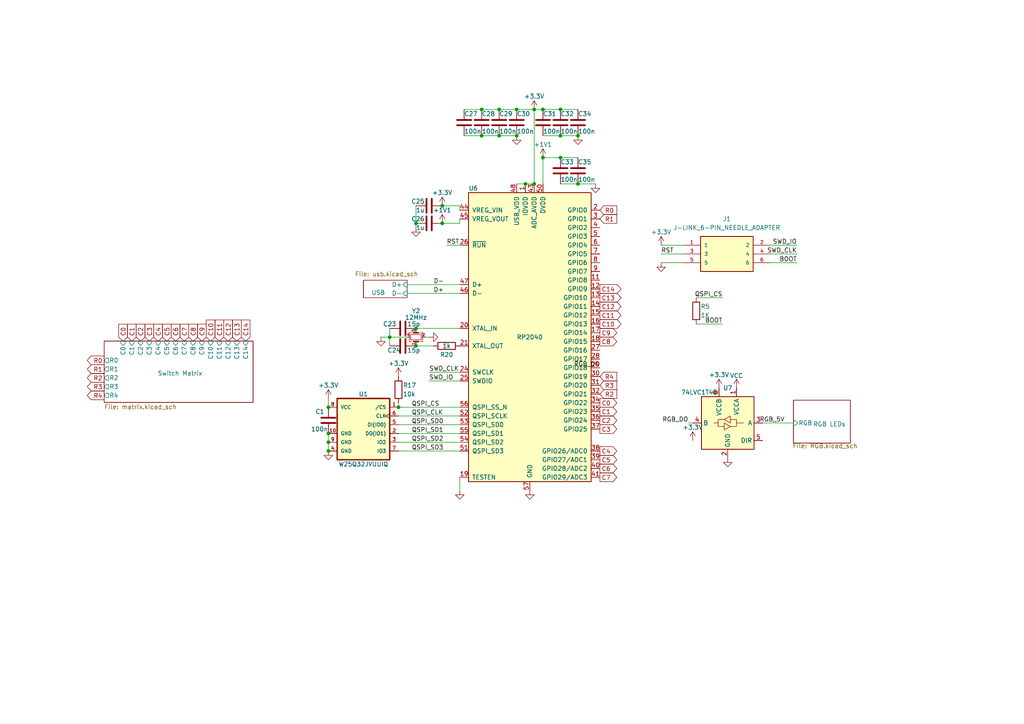
<source format=kicad_sch>
(kicad_sch (version 20230121) (generator eeschema)
  (paper "A4")
  (title_block (title "Synth Labs 065 Solder RGB PCB") (date "2021-11-01") (rev "1.0") (company "0xCB") (comment 1 "Conor Burns"))
  (lib_symbols
    (symbol "+1V1_1" (power) (pin_names (offset 0))
      (property "Value" "+1V1_1" (at 0 3.556 0))
      (symbol "+1V1_1_0_1"
        (polyline (pts (xy -0.762 1.27) (xy 0 2.54)))
        (polyline (pts (xy 0 0) (xy 0 2.54)))
        (polyline (pts (xy 0 2.54) (xy 0.762 1.27)))
      )
      (symbol "+1V1_1_1_1"
        (pin power_in line (at 0 0 90) (length 0) hide (name "+1V1") (number "1"))
      )
    )
    (symbol "0xcb:J-LINK_6-PIN_NEEDLE_ADAPTER" (pin_names (offset 1.016)) (in_bom no)
      (property "Reference" "J" (at -7.62 7.62 0))
      (property "Value" "J-LINK_6-PIN_NEEDLE_ADAPTER" (at -7.62 -7.62 0))
      (symbol "J-LINK_6-PIN_NEEDLE_ADAPTER_0_0"
        (rectangle (start -7.62 -5.08) (end 7.62 5.08) (stroke (width 0.254)) (fill (type background)))
        (pin passive line (at -12.7 2.54 0) (length 5.08) (name "1") (number "1"))
        (pin passive line (at 12.7 2.54 180) (length 5.08) (name "2") (number "2"))
        (pin passive line (at -12.7 0 0) (length 5.08) (name "3") (number "3"))
        (pin passive line (at 12.7 0 180) (length 5.08) (name "4") (number "4"))
        (pin passive line (at -12.7 -2.54 0) (length 5.08) (name "5") (number "5"))
        (pin passive line (at 12.7 -2.54 180) (length 5.08) (name "6") (number "6"))
      )
    )
    (symbol "0xcb:W25Q32JVUUIQ" (pin_names (offset 1.016))
      (property "Reference" "U?" (at 0 13.97 0))
      (property "Value" "W25Q32JVUUIQ" (at 0 11.43 0))
      (symbol "W25Q32JVUUIQ_0_0"
        (rectangle (start -7.62 8.89) (end 7.62 -8.89) (stroke (width 0.4064)) (fill (type background)))
        (pin input line (at -10.16 6.35 0) (length 2.5) (name "/CS") (number "1"))
        (pin power_in line (at 10.16 -1.27 180) (length 2.5) (name "GND") (number "10"))
        (pin bidirectional line (at -10.16 -1.27 0) (length 2.5) (name "DO(IO1)") (number "2"))
        (pin bidirectional line (at -10.16 -3.81 0) (length 2.5) (name "IO2") (number "3"))
        (pin power_in line (at 10.16 -6.35 180) (length 2.5) (name "GND") (number "4"))
        (pin bidirectional line (at -10.16 1.27 0) (length 2.5) (name "DI(IO0)") (number "5"))
        (pin bidirectional clock (at -10.16 3.81 0) (length 2.5) (name "CLK") (number "6"))
        (pin bidirectional line (at -10.16 -6.35 0) (length 2.5) (name "IO3") (number "7"))
        (pin power_in line (at 10.16 6.35 180) (length 2.5) (name "VCC") (number "8"))
        (pin power_in line (at 10.16 -3.81 180) (length 2.5) (name "GND") (number "9"))
      )
    )
    (symbol "Device:C" (pin_numbers hide) (pin_names (offset 0.254))
      (property "Reference" "C" (at 0.635 2.54 0))
      (property "Value" "C" (at 0.635 -2.54 0))
      (symbol "C_0_1"
        (polyline (pts (xy -2.032 -0.762) (xy 2.032 -0.762)) (stroke (width 0.508)))
        (polyline (pts (xy -2.032 0.762) (xy 2.032 0.762)) (stroke (width 0.508)))
      )
      (symbol "C_1_1"
        (pin passive line (at 0 3.81 270) (length 2.794) (name "~") (number "1"))
        (pin passive line (at 0 -3.81 90) (length 2.794) (name "~") (number "2"))
      )
    )
    (symbol "Device:Crystal_GND24_Small" (pin_names (offset 1.016) hide)
      (property "Reference" "Y" (at 1.27 4.445 0))
      (property "Value" "Crystal_GND24_Small" (at 1.27 2.54 0))
      (symbol "Crystal_GND24_Small_0_1"
        (rectangle (start -0.762 -1.524) (end 0.762 1.524))
        (polyline (pts (xy -1.27 -0.762) (xy -1.27 0.762)) (stroke (width 0.381)))
        (polyline (pts (xy 1.27 -0.762) (xy 1.27 0.762)) (stroke (width 0.381)))
        (polyline (pts (xy -1.27 -1.27) (xy -1.27 -1.905) (xy 1.27 -1.905) (xy 1.27 -1.27)))
        (polyline (pts (xy -1.27 1.27) (xy -1.27 1.905) (xy 1.27 1.905) (xy 1.27 1.27)))
      )
      (symbol "Crystal_GND24_Small_1_1"
        (pin passive line (at -2.54 0 0) (length 1.27) (name "1") (number "1"))
        (pin passive line (at 0 -2.54 90) (length 0.635) (name "2") (number "2"))
        (pin passive line (at 2.54 0 180) (length 1.27) (name "3") (number "3"))
        (pin passive line (at 0 2.54 270) (length 0.635) (name "4") (number "4"))
      )
    )
    (symbol "Device:R" (pin_numbers hide) (pin_names (offset 0))
      (property "Reference" "R" (at 2.032 0 90))
      (property "Value" "R" (at 0 0 90))
      (symbol "R_0_1"
        (rectangle (start -1.016 -2.54) (end 1.016 2.54) (stroke (width 0.254)))
      )
      (symbol "R_1_1"
        (pin passive line (at 0 3.81 270) (length 1.27) (name "~") (number "1"))
        (pin passive line (at 0 -3.81 90) (length 1.27) (name "~") (number "2"))
      )
    )
    (symbol "GND_1" (power) (pin_names (offset 0))
      (property "Value" "GND_1" (at 0 -3.81 0))
      (symbol "GND_1_0_1"
        (polyline (pts (xy 0 0) (xy 0 -1.27) (xy 1.27 -1.27) (xy 0 -2.54) (xy -1.27 -1.27) (xy 0 -1.27)))
      )
      (symbol "GND_1_1_1"
        (pin power_in line (at 0 0 270) (length 0) hide (name "GND") (number "1"))
      )
    )
    (symbol "Logic_LevelTranslator:SN74LVC1T45DRL"
      (property "Reference" "U" (at -6.35 8.89 0))
      (property "Value" "SN74LVC1T45DRL" (at 3.81 8.89 0))
      (symbol "SN74LVC1T45DRL_0_1"
        (rectangle (start -7.62 7.62) (end 7.62 -7.62) (stroke (width 0.254)) (fill (type background)))
        (polyline (pts (xy -2.54 0) (xy -2.54 1.016) (xy -0.762 1.016)))
        (polyline (pts (xy 2.794 0) (xy 2.794 -1.016) (xy 1.016 -1.016)))
        (polyline (pts (xy -0.762 -1.016) (xy -2.54 -1.016) (xy -2.54 0) (xy -4.572 0)))
        (polyline (pts (xy -0.762 0) (xy -0.762 2.032) (xy 1.016 1.016) (xy -0.762 0)))
        (polyline (pts (xy 1.016 1.016) (xy 2.794 1.016) (xy 2.794 0) (xy 4.064 0)))
        (polyline (pts (xy 1.016 0) (xy 1.016 -1.778) (xy 1.016 -2.032) (xy -0.762 -1.016) (xy 1.016 0)))
      )
      (symbol "SN74LVC1T45DRL_1_1"
        (pin power_in line (at -2.54 10.16 270) (length 2.54) (name "VCCA") (number "1"))
        (pin power_in line (at 0 -10.16 90) (length 2.54) (name "GND") (number "2"))
        (pin bidirectional line (at -10.16 0 0) (length 2.54) (name "A") (number "3"))
        (pin bidirectional line (at 10.16 0 180) (length 2.54) (name "B") (number "4"))
        (pin input line (at -10.16 -5.08 0) (length 2.54) (name "DIR") (number "5"))
        (pin power_in line (at 2.54 10.16 270) (length 2.54) (name "VCCB") (number "6"))
      )
    )
    (symbol "RP2040_1" (pin_names (offset 1.016))
      (property "Reference" "U" (at -17.78 43.18 0))
      (property "Value" "RP2040_1" (at -5.08 -1.27 0))
      (symbol "RP2040_1_0_0"
        (rectangle (start -17.78 41.91) (end 17.78 -41.91) (stroke (width 0.254)) (fill (type background)))
      )
      (symbol "RP2040_1_1_1"
        (pin power_in line (at -1.27 44.45 270) (length 2.54) (name "IOVDD") (number "1"))
        (pin power_in line (at -1.27 44.45 270) (length 2.54) hide (name "IOVDD") (number "10"))
        (pin bidirectional line (at 20.32 16.51 180) (length 2.54) (name "GPIO8") (number "11"))
        (pin bidirectional line (at 20.32 13.97 180) (length 2.54) (name "GPIO9") (number "12"))
        (pin bidirectional line (at 20.32 11.43 180) (length 2.54) (name "GPIO10") (number "13"))
        (pin bidirectional line (at 20.32 8.89 180) (length 2.54) (name "GPIO11") (number "14"))
        (pin bidirectional line (at 20.32 6.35 180) (length 2.54) (name "GPIO12") (number "15"))
        (pin bidirectional line (at 20.32 3.81 180) (length 2.54) (name "GPIO13") (number "16"))
        (pin bidirectional line (at 20.32 1.27 180) (length 2.54) (name "GPIO14") (number "17"))
        (pin bidirectional line (at 20.32 -1.27 180) (length 2.54) (name "GPIO15") (number "18"))
        (pin input line (at -20.32 -40.64 0) (length 2.54) (name "TESTEN") (number "19"))
        (pin bidirectional line (at 20.32 36.83 180) (length 2.54) (name "GPIO0") (number "2"))
        (pin input line (at -20.32 2.54 0) (length 2.54) (name "XTAL_IN") (number "20"))
        (pin input line (at -20.32 -2.54 0) (length 2.54) (name "XTAL_OUT") (number "21"))
        (pin power_in line (at -1.27 44.45 270) (length 2.54) hide (name "IOVDD") (number "22"))
        (pin power_in line (at 3.81 44.45 270) (length 2.54) hide (name "DVDD") (number "23"))
        (pin input line (at -20.32 -10.16 0) (length 2.54) (name "SWCLK") (number "24"))
        (pin bidirectional line (at -20.32 -12.7 0) (length 2.54) (name "SWDIO") (number "25"))
        (pin input line (at -20.32 26.67 0) (length 2.54) (name "~{RUN}") (number "26"))
        (pin bidirectional line (at 20.32 -3.81 180) (length 2.54) (name "GPIO16") (number "27"))
        (pin bidirectional line (at 20.32 -6.35 180) (length 2.54) (name "GPIO17") (number "28"))
        (pin bidirectional line (at 20.32 -8.89 180) (length 2.54) (name "GPIO18") (number "29"))
        (pin bidirectional line (at 20.32 34.29 180) (length 2.54) (name "GPIO1") (number "3"))
        (pin bidirectional line (at 20.32 -11.43 180) (length 2.54) (name "GPIO19") (number "30"))
        (pin bidirectional line (at 20.32 -13.97 180) (length 2.54) (name "GPIO20") (number "31"))
        (pin bidirectional line (at 20.32 -16.51 180) (length 2.54) (name "GPIO21") (number "32"))
        (pin power_in line (at -1.27 44.45 270) (length 2.54) hide (name "IOVDD") (number "33"))
        (pin bidirectional line (at 20.32 -19.05 180) (length 2.54) (name "GPIO22") (number "34"))
        (pin bidirectional line (at 20.32 -21.59 180) (length 2.54) (name "GPIO23") (number "35"))
        (pin bidirectional line (at 20.32 -24.13 180) (length 2.54) (name "GPIO24") (number "36"))
        (pin bidirectional line (at 20.32 -26.67 180) (length 2.54) (name "GPIO25") (number "37"))
        (pin bidirectional line (at 20.32 -33.02 180) (length 2.54) (name "GPIO26/ADC0") (number "38"))
        (pin bidirectional line (at 20.32 -35.56 180) (length 2.54) (name "GPIO27/ADC1") (number "39"))
        (pin bidirectional line (at 20.32 31.75 180) (length 2.54) (name "GPIO2") (number "4"))
        (pin bidirectional line (at 20.32 -38.1 180) (length 2.54) (name "GPIO28/ADC2") (number "40"))
        (pin bidirectional line (at 20.32 -40.64 180) (length 2.54) (name "GPIO29/ADC3") (number "41"))
        (pin power_in line (at -1.27 44.45 270) (length 2.54) hide (name "IOVDD") (number "42"))
        (pin power_in line (at 1.27 44.45 270) (length 2.54) (name "ADC_AVDD") (number "43"))
        (pin power_in line (at -20.32 36.83 0) (length 2.54) (name "VREG_VIN") (number "44"))
        (pin power_out line (at -20.32 34.29 0) (length 2.54) (name "VREG_VOUT") (number "45"))
        (pin bidirectional line (at -20.32 12.7 0) (length 2.54) (name "D-") (number "46"))
        (pin bidirectional line (at -20.32 15.24 0) (length 2.54) (name "D+") (number "47"))
        (pin power_in line (at -3.81 44.45 270) (length 2.54) (name "USB_VDD") (number "48"))
        (pin power_in line (at -1.27 44.45 270) (length 2.54) hide (name "IOVDD") (number "49"))
        (pin bidirectional line (at 20.32 29.21 180) (length 2.54) (name "GPIO3") (number "5"))
        (pin power_in line (at 3.81 44.45 270) (length 2.54) (name "DVDD") (number "50"))
        (pin bidirectional line (at -20.32 -33.02 0) (length 2.54) (name "QSPI_SD3") (number "51"))
        (pin bidirectional line (at -20.32 -22.86 0) (length 2.54) (name "QSPI_SCLK") (number "52"))
        (pin bidirectional line (at -20.32 -25.4 0) (length 2.54) (name "QSPI_SD0") (number "53"))
        (pin bidirectional line (at -20.32 -30.48 0) (length 2.54) (name "QSPI_SD2") (number "54"))
        (pin bidirectional line (at -20.32 -27.94 0) (length 2.54) (name "QSPI_SD1") (number "55"))
        (pin bidirectional line (at -20.32 -20.32 0) (length 2.54) (name "QSPI_SS_N") (number "56"))
        (pin power_in line (at 0 -44.45 90) (length 2.54) (name "GND") (number "57"))
        (pin bidirectional line (at 20.32 26.67 180) (length 2.54) (name "GPIO4") (number "6"))
        (pin bidirectional line (at 20.32 24.13 180) (length 2.54) (name "GPIO5") (number "7"))
        (pin bidirectional line (at 20.32 21.59 180) (length 2.54) (name "GPIO6") (number "8"))
        (pin bidirectional line (at 20.32 19.05 180) (length 2.54) (name "GPIO7") (number "9"))
      )
    )
    (symbol "power:+3.3V" (power) (pin_names (offset 0))
      (property "Value" "+3.3V" (at 0 3.556 0))
      (symbol "+3.3V_0_1"
        (polyline (pts (xy -0.762 1.27) (xy 0 2.54)))
        (polyline (pts (xy 0 0) (xy 0 2.54)))
        (polyline (pts (xy 0 2.54) (xy 0.762 1.27)))
      )
      (symbol "+3.3V_1_1"
        (pin power_in line (at 0 0 90) (length 0) hide (name "+3.3V") (number "1"))
      )
    )
    (symbol "power:VCC" (power) (pin_names (offset 0))
      (property "Value" "VCC" (at 0 3.81 0))
      (symbol "VCC_0_1"
        (polyline (pts (xy -0.762 1.27) (xy 0 2.54)))
        (polyline (pts (xy 0 0) (xy 0 2.54)))
        (polyline (pts (xy 0 2.54) (xy 0.762 1.27)))
      )
      (symbol "VCC_1_1"
        (pin power_in line (at 0 0 90) (length 0) hide (name "VCC") (number "1"))
      )
    )
  )
  (junction (at 128.27 64.77))
  (junction (at 162.56 31.75))
  (junction (at 128.27 59.69))
  (junction (at 167.64 39.37))
  (junction (at 95.25 128.27))
  (junction (at 120.65 95.25))
  (junction (at 144.78 39.37))
  (junction (at 149.86 39.37))
  (junction (at 139.7 31.75))
  (junction (at 154.94 31.75))
  (junction (at 154.94 53.34))
  (junction (at 120.65 64.77))
  (junction (at 95.25 125.73))
  (junction (at 115.57 118.11))
  (junction (at 144.78 31.75))
  (junction (at 167.64 53.34))
  (junction (at 162.56 45.72))
  (junction (at 157.48 31.75))
  (junction (at 149.86 31.75))
  (junction (at 152.4 53.34))
  (junction (at 139.7 39.37))
  (junction (at 95.25 130.81))
  (junction (at 120.65 100.33))
  (junction (at 157.48 45.72))
  (junction (at 113.03 97.79))
  (junction (at 162.56 39.37))
  (junction (at 95.25 118.11))
  (wire (pts (xy 152.4 53.34) (xy 154.94 53.34)))
  (wire (pts (xy 144.78 31.75) (xy 149.86 31.75)))
  (wire (pts (xy 231.14 73.66) (xy 223.52 73.66)))
  (wire (pts (xy 115.57 128.27) (xy 133.35 128.27)))
  (wire (pts (xy 157.48 45.72) (xy 162.56 45.72)))
  (wire (pts (xy 118.11 85.09) (xy 133.35 85.09)))
  (wire (pts (xy 167.64 53.34) (xy 172.72 53.34)))
  (wire (pts (xy 231.14 76.2) (xy 223.52 76.2)))
  (wire (pts (xy 144.78 39.37) (xy 149.86 39.37)))
  (wire (pts (xy 162.56 53.34) (xy 167.64 53.34)))
  (wire (pts (xy 191.77 73.66) (xy 198.12 73.66)))
  (wire (pts (xy 154.94 31.75) (xy 154.94 53.34)))
  (wire (pts (xy 154.94 31.75) (xy 157.48 31.75)))
  (wire (pts (xy 124.46 107.95) (xy 133.35 107.95)))
  (wire (pts (xy 133.35 64.77) (xy 133.35 63.5)))
  (wire (pts (xy 201.93 93.98) (xy 209.55 93.98)))
  (wire (pts (xy 162.56 39.37) (xy 167.64 39.37)))
  (wire (pts (xy 128.27 64.77) (xy 133.35 64.77)))
  (wire (pts (xy 95.25 115.57) (xy 95.25 118.11)))
  (wire (pts (xy 113.03 97.79) (xy 113.03 95.25)))
  (wire (pts (xy 115.57 120.65) (xy 133.35 120.65)))
  (wire (pts (xy 115.57 118.11) (xy 133.35 118.11)))
  (wire (pts (xy 95.25 125.73) (xy 95.25 128.27)))
  (wire (pts (xy 157.48 39.37) (xy 162.56 39.37)))
  (wire (pts (xy 209.55 86.36) (xy 201.93 86.36)))
  (wire (pts (xy 157.48 31.75) (xy 162.56 31.75)))
  (wire (pts (xy 191.77 76.2) (xy 198.12 76.2)))
  (wire (pts (xy 133.35 59.69) (xy 128.27 59.69)))
  (wire (pts (xy 123.19 97.79) (xy 124.46 97.79)))
  (wire (pts (xy 115.57 116.84) (xy 115.57 118.11)))
  (wire (pts (xy 133.35 71.12) (xy 129.54 71.12)))
  (wire (pts (xy 157.48 53.34) (xy 157.48 45.72)))
  (wire (pts (xy 120.65 66.04) (xy 120.65 64.77)))
  (wire (pts (xy 139.7 39.37) (xy 144.78 39.37)))
  (wire (pts (xy 134.62 39.37) (xy 139.7 39.37)))
  (wire (pts (xy 134.62 31.75) (xy 139.7 31.75)))
  (wire (pts (xy 115.57 130.81) (xy 133.35 130.81)))
  (wire (pts (xy 154.94 31.75) (xy 149.86 31.75)))
  (wire (pts (xy 199.644 122.682) (xy 200.914 122.682)))
  (wire (pts (xy 120.65 95.25) (xy 133.35 95.25)))
  (wire (pts (xy 118.11 82.55) (xy 133.35 82.55)))
  (wire (pts (xy 231.14 71.12) (xy 223.52 71.12)))
  (wire (pts (xy 115.57 123.19) (xy 133.35 123.19)))
  (wire (pts (xy 133.35 142.24) (xy 133.35 138.43)))
  (wire (pts (xy 118.11 97.79) (xy 113.03 97.79)))
  (wire (pts (xy 162.56 45.72) (xy 167.64 45.72)))
  (wire (pts (xy 120.65 100.33) (xy 125.73 100.33)))
  (wire (pts (xy 113.03 97.79) (xy 113.03 100.33)))
  (wire (pts (xy 191.77 71.12) (xy 198.12 71.12)))
  (wire (pts (xy 133.35 60.96) (xy 133.35 59.69)))
  (wire (pts (xy 115.57 125.73) (xy 133.35 125.73)))
  (wire (pts (xy 162.56 31.75) (xy 167.64 31.75)))
  (wire (pts (xy 139.7 31.75) (xy 144.78 31.75)))
  (wire (pts (xy 124.46 110.49) (xy 133.35 110.49)))
  (wire (pts (xy 149.86 53.34) (xy 152.4 53.34)))
  (wire (pts (xy 221.234 122.682) (xy 230.124 122.682)))
  (wire (pts (xy 95.25 128.27) (xy 95.25 130.81)))
  (wire (pts (xy 120.65 59.69) (xy 120.65 64.77)))
  (wire (pts (xy 110.49 97.79) (xy 113.03 97.79)))
  (label "QSPI_CS" (at 119.38 118.11 0))
  (label "RST" (at 129.54 71.12 0))
  (label "RGB_5V" (at 227.584 122.682 180))
  (label "SWD_CLK" (at 124.46 107.95 0))
  (label "SWD_IO" (at 124.46 110.49 0))
  (label "QSPI_CLK" (at 119.38 120.65 0))
  (label "D-" (at 125.73 82.55 0))
  (label "SWD_IO" (at 231.14 71.12 180))
  (label "BOOT" (at 209.55 93.98 180))
  (label "QSPI_SD0" (at 119.38 123.19 0))
  (label "BOOT" (at 231.14 76.2 180))
  (label "QSPI_CS" (at 209.55 86.36 180))
  (label "D+" (at 125.73 85.09 0))
  (label "QSPI_SD2" (at 119.38 128.27 0))
  (label "QSPI_SD1" (at 119.38 125.73 0))
  (label "QSPI_SD3" (at 119.38 130.81 0))
  (label "SWD_CLK" (at 231.14 73.66 180))
  (label "RST" (at 191.77 73.66 0))
  (label "RGB_DO" (at 199.644 122.682 180))
  (label "RGB_DO" (at 173.99 106.68 180))
  (global_label "R0" (shape output) (at 30.226 104.521 180) (property "Intersheetrefs" "${INTERSHEET_REFS}" (effects hide)))
  (global_label "C13" (shape input) (at 68.707 98.933 90) (property "Intersheetrefs" "${INTERSHEET_REFS}" (effects hide)))
  (global_label "C5" (shape input) (at 48.387 98.933 90) (property "Intersheetrefs" "${INTERSHEET_REFS}" (effects hide)))
  (global_label "C2" (shape output) (at 173.99 121.92 0) (property "Intersheetrefs" "${INTERSHEET_REFS}" (effects hide)))
  (global_label "C1" (shape output) (at 173.99 119.38 0) (property "Intersheetrefs" "${INTERSHEET_REFS}" (effects hide)))
  (global_label "C8" (shape output) (at 173.99 99.06 0) (property "Intersheetrefs" "${INTERSHEET_REFS}" (effects hide)))
  (global_label "R2" (shape output) (at 30.226 109.601 180) (property "Intersheetrefs" "${INTERSHEET_REFS}" (effects hide)))
  (global_label "R2" (shape input) (at 173.99 114.3 0) (property "Intersheetrefs" "${INTERSHEET_REFS}" (effects hide)))
  (global_label "R1" (shape output) (at 30.226 107.061 180) (property "Intersheetrefs" "${INTERSHEET_REFS}" (effects hide)))
  (global_label "R3" (shape input) (at 173.99 111.76 0) (property "Intersheetrefs" "${INTERSHEET_REFS}" (effects hide)))
  (global_label "C14" (shape input) (at 71.247 98.933 90) (property "Intersheetrefs" "${INTERSHEET_REFS}" (effects hide)))
  (global_label "C3" (shape input) (at 43.307 98.933 90) (property "Intersheetrefs" "${INTERSHEET_REFS}" (effects hide)))
  (global_label "C7" (shape output) (at 173.99 138.43 0) (property "Intersheetrefs" "${INTERSHEET_REFS}" (effects hide)))
  (global_label "C11" (shape output) (at 173.99 91.44 0) (property "Intersheetrefs" "${INTERSHEET_REFS}" (effects hide)))
  (global_label "C13" (shape output) (at 173.99 86.36 0) (property "Intersheetrefs" "${INTERSHEET_REFS}" (effects hide)))
  (global_label "C14" (shape output) (at 173.99 83.82 0) (property "Intersheetrefs" "${INTERSHEET_REFS}" (effects hide)))
  (global_label "C11" (shape input) (at 63.627 98.933 90) (property "Intersheetrefs" "${INTERSHEET_REFS}" (effects hide)))
  (global_label "C3" (shape output) (at 173.99 124.46 0) (property "Intersheetrefs" "${INTERSHEET_REFS}" (effects hide)))
  (global_label "C10" (shape input) (at 61.087 98.933 90) (property "Intersheetrefs" "${INTERSHEET_REFS}" (effects hide)))
  (global_label "R3" (shape output) (at 30.226 112.141 180) (property "Intersheetrefs" "${INTERSHEET_REFS}" (effects hide)))
  (global_label "C6" (shape input) (at 50.927 98.933 90) (property "Intersheetrefs" "${INTERSHEET_REFS}" (effects hide)))
  (global_label "R0" (shape input) (at 173.99 60.96 0) (property "Intersheetrefs" "${INTERSHEET_REFS}" (effects hide)))
  (global_label "C2" (shape input) (at 40.767 98.933 90) (property "Intersheetrefs" "${INTERSHEET_REFS}" (effects hide)))
  (global_label "R4" (shape output) (at 30.226 114.681 180) (property "Intersheetrefs" "${INTERSHEET_REFS}" (effects hide)))
  (global_label "C8" (shape input) (at 56.007 98.933 90) (property "Intersheetrefs" "${INTERSHEET_REFS}" (effects hide)))
  (global_label "C4" (shape input) (at 45.847 98.933 90) (property "Intersheetrefs" "${INTERSHEET_REFS}" (effects hide)))
  (global_label "C4" (shape output) (at 173.99 130.81 0) (property "Intersheetrefs" "${INTERSHEET_REFS}" (effects hide)))
  (global_label "C0" (shape input) (at 35.687 98.933 90) (property "Intersheetrefs" "${INTERSHEET_REFS}" (effects hide)))
  (global_label "C12" (shape input) (at 66.167 98.933 90) (property "Intersheetrefs" "${INTERSHEET_REFS}" (effects hide)))
  (global_label "C0" (shape output) (at 173.99 116.84 0) (property "Intersheetrefs" "${INTERSHEET_REFS}" (effects hide)))
  (global_label "R1" (shape input) (at 173.99 63.5 0) (property "Intersheetrefs" "${INTERSHEET_REFS}" (effects hide)))
  (global_label "R4" (shape input) (at 173.99 109.22 0) (property "Intersheetrefs" "${INTERSHEET_REFS}" (effects hide)))
  (global_label "C12" (shape output) (at 173.99 88.9 0) (property "Intersheetrefs" "${INTERSHEET_REFS}" (effects hide)))
  (global_label "C6" (shape output) (at 173.99 135.89 0) (property "Intersheetrefs" "${INTERSHEET_REFS}" (effects hide)))
  (global_label "C5" (shape output) (at 173.99 133.35 0) (property "Intersheetrefs" "${INTERSHEET_REFS}" (effects hide)))
  (global_label "C9" (shape input) (at 58.547 98.933 90) (property "Intersheetrefs" "${INTERSHEET_REFS}" (effects hide)))
  (global_label "C9" (shape output) (at 173.99 96.52 0) (property "Intersheetrefs" "${INTERSHEET_REFS}" (effects hide)))
  (global_label "C1" (shape input) (at 38.227 98.933 90) (property "Intersheetrefs" "${INTERSHEET_REFS}" (effects hide)))
  (global_label "C10" (shape output) (at 173.99 93.98 0) (property "Intersheetrefs" "${INTERSHEET_REFS}" (effects hide)))
  (global_label "C7" (shape input) (at 53.467 98.933 90) (property "Intersheetrefs" "${INTERSHEET_REFS}" (effects hide)))
  (symbol (lib_id "Device:C") (at 149.86 35.56 0) (unit 1)
    (property "Reference" "C30" (at 149.86 33.02 0) (effects (justify left)))
    (property "Value" "100n" (at 149.86 38.1 0) (effects (justify left)))
    (property "Footprint" "Capacitor_SMD:C_0201_0603Metric" (effects hide))
    (property "LCSC" "C576431" (effects hide))
    (property "MPN " "CL05B104KO5NNNC" (effects hide))
    (property "Manufacturer" "Samsung Electro-Mechanics" (effects hide))
    (property "JLC Basic" "Y" (effects hide))
    (property "Substitute" "Y" (effects hide))
  )
  (symbol (lib_name "GND_1") (lib_id "power:GND") (at 172.72 53.34 0) (mirror y) (unit 1)
    (property "Reference" "#PWR030" (effects hide))
    (property "Value" "GND" (effects hide))
  )
  (symbol (lib_id "Device:R") (at 129.54 100.33 90) (unit 1)
    (property "Reference" "R20" (at 129.54 102.87 90))
    (property "Value" "1k" (at 129.54 100.33 90))
    (property "Footprint" "Resistor_SMD:R_0201_0603Metric" (effects hide))
    (property "LCSC" "C138165" (effects hide))
    (property "MPN " "0402WGF1001TCE" (effects hide))
    (property "Manufacturer" "UNI-ROYAL(Uniroyal Elec)" (effects hide))
    (property "JLC Basic" "Y" (effects hide))
    (property "Substitute" "Y" (effects hide))
    (property "JLCPCB_CORRECTION" "0; 0; 90" (effects hide))
  )
  (symbol (lib_id "power:+3.3V") (at 191.77 71.12 0) (unit 1)
    (property "Reference" "#PWR01" (effects hide))
    (property "Value" "+3.3V" (at 191.77 67.31 0))
  )
  (symbol (lib_name "GND_1") (lib_id "power:GND") (at 95.25 130.81 0) (mirror y) (unit 1)
    (property "Reference" "#PWR04" (effects hide))
    (property "Value" "GND" (effects hide))
  )
  (symbol (lib_name "GND_1") (lib_id "power:GND") (at 191.77 76.2 0) (mirror y) (unit 1)
    (property "Reference" "#PWR02" (effects hide))
    (property "Value" "GND" (effects hide))
  )
  (symbol (lib_name "GND_1") (lib_id "power:GND") (at 133.35 142.24 0) (mirror y) (unit 1)
    (property "Reference" "#PWR027" (effects hide))
    (property "Value" "GND" (effects hide))
  )
  (symbol (lib_id "Device:C") (at 157.48 35.56 0) (unit 1)
    (property "Reference" "C31" (at 157.48 33.02 0) (effects (justify left)))
    (property "Value" "100n" (at 157.48 38.1 0) (effects (justify left)))
    (property "Footprint" "Capacitor_SMD:C_0201_0603Metric" (effects hide))
    (property "LCSC" "C576431" (effects hide))
    (property "MPN " "CL05B104KO5NNNC" (effects hide))
    (property "Manufacturer" "Samsung Electro-Mechanics" (effects hide))
    (property "JLC Basic" "Y" (effects hide))
    (property "Substitute" "Y" (effects hide))
  )
  (symbol (lib_id "Device:C") (at 162.56 49.53 0) (unit 1)
    (property "Reference" "C33" (at 162.56 46.99 0) (effects (justify left)))
    (property "Value" "100n" (at 162.56 52.07 0) (effects (justify left)))
    (property "Footprint" "Capacitor_SMD:C_0201_0603Metric" (effects hide))
    (property "LCSC" "C576431" (effects hide))
    (property "MPN " "CL05B104KO5NNNC" (effects hide))
    (property "Manufacturer" "Samsung Electro-Mechanics" (effects hide))
    (property "JLC Basic" "Y" (effects hide))
    (property "Substitute" "Y" (effects hide))
  )
  (symbol (lib_id "power:VCC") (at 213.614 112.522 0) (unit 1)
    (property "Reference" "#PWR05" (effects hide))
    (property "Value" "VCC" (at 213.614 108.966 0))
  )
  (symbol (lib_id "Device:C") (at 162.56 35.56 0) (unit 1)
    (property "Reference" "C32" (at 162.56 33.02 0) (effects (justify left)))
    (property "Value" "100n" (at 162.56 38.1 0) (effects (justify left)))
    (property "Footprint" "Capacitor_SMD:C_0201_0603Metric" (effects hide))
    (property "LCSC" "C576431" (effects hide))
    (property "MPN " "CL05B104KO5NNNC" (effects hide))
    (property "Manufacturer" "Samsung Electro-Mechanics" (effects hide))
    (property "JLC Basic" "Y" (effects hide))
    (property "Substitute" "Y" (effects hide))
  )
  (symbol (lib_id "Device:C") (at 124.46 59.69 90) (mirror x) (unit 1)
    (property "Reference" "C25" (at 123.19 58.42 90) (effects (justify left)))
    (property "Value" "1u" (at 123.19 60.96 90) (effects (justify left)))
    (property "Footprint" "Capacitor_SMD:C_0201_0603Metric" (effects hide))
    (property "LCSC" "C237458" (effects hide))
    (property "MPN " "CL05A105KA5NQNC" (effects hide))
    (property "Manufacturer" "Samsung Electro-Mechanics" (effects hide))
    (property "JLC Basic" "Y" (effects hide))
    (property "Substitute" "Y" (effects hide))
  )
  (symbol (lib_name "+1V1_1") (lib_id "power:+1V1") (at 128.27 64.77 0) (unit 1)
    (property "Reference" "#PWR037" (effects hide))
    (property "Value" "+1V1" (at 128.27 60.96 0))
  )
  (symbol (lib_name "GND_1") (lib_id "power:GND") (at 149.86 39.37 0) (mirror y) (unit 1)
    (property "Reference" "#PWR032" (effects hide))
    (property "Value" "GND" (effects hide))
  )
  (symbol (lib_name "GND_1") (lib_id "power:GND") (at 124.46 97.79 90) (mirror x) (unit 1)
    (property "Reference" "#PWR035" (effects hide))
    (property "Value" "GND" (effects hide))
  )
  (symbol (lib_id "power:+3.3V") (at 154.94 31.75 0) (unit 1)
    (property "Reference" "#PWR08" (effects hide))
    (property "Value" "+3.3V" (at 154.94 27.94 0))
  )
  (symbol (lib_name "RP2040_1") (lib_id "0xcb:RP2040") (at 153.67 97.79 0) (unit 1)
    (property "Reference" "U6" (at 135.89 54.61 0) (effects (justify left)))
    (property "Value" "RP2040" (at 149.86 97.79 0) (effects (justify left)))
    (property "Footprint" "Package_DFN_QFN:QFN-56-1EP_7x7mm_P0.4mm_EP3.2x3.2mm" (effects hide))
    (property "Datasheet" "https://datasheet.lcsc.com/lcsc/2201101600_Raspberry-Pi-RP2040_C2040.pdf" (effects hide))
    (property "Manufacturer" "Raspberry Pi" (effects hide))
    (property "LCSC" "C2040" (effects hide))
    (property "JLC Basic" "N" (effects hide))
    (property "MPN " "RP2040" (effects hide))
    (property "Substitute" "N" (effects hide))
    (property "JLCPCB_CORRECTION" "0; 0; 90" (effects hide))
  )
  (symbol (lib_id "0xcb:J-LINK_6-PIN_NEEDLE_ADAPTER") (at 210.82 73.66 0) (unit 1) (in_bom no)
    (property "Reference" "J1" (at 210.82 63.5 0))
    (property "Value" "J-LINK_6-PIN_NEEDLE_ADAPTER" (at 210.82 66.04 0))
    (property "Footprint" "0xcb:J-LINK_6-PIN_NEEDLE_ADAPTER_SMALL" (effects hide))
    (property "MPN " "TC2030-ALT-NL" (effects hide))
    (property "Manufacturer" "Tag Connect" (effects hide))
  )
  (symbol (lib_id "Device:Crystal_GND24_Small") (at 120.65 97.79 90) (unit 1)
    (property "Reference" "Y2" (at 120.65 90.17 90))
    (property "Value" "12MHz" (at 120.65 92.075 90))
    (property "Footprint" "Crystal:Crystal_SMD_2520-4Pin_2.5x2.0mm" (effects hide))
    (property "LCSC" "C2149204" (effects hide))
    (property "MPN " "2TJ412000HYGBC" (effects hide))
    (property "Manufacturer" "JYJE" (effects hide))
    (property "JLC Basic" "N" (effects hide))
    (property "Substitute" "N" (effects hide))
    (property "JLCPCB_CORRECTION" "0; 0; 270" (effects hide))
  )
  (symbol (lib_id "power:+3.3V") (at 200.914 127.762 0) (unit 1)
    (property "Reference" "#PWR013" (effects hide))
    (property "Value" "+3.3V" (at 200.914 123.952 0))
  )
  (symbol (lib_name "GND_1") (lib_id "power:GND") (at 153.67 142.24 0) (mirror y) (unit 1)
    (property "Reference" "#PWR028" (effects hide))
    (property "Value" "GND" (effects hide))
  )
  (symbol (lib_id "Device:C") (at 167.64 49.53 0) (unit 1)
    (property "Reference" "C35" (at 167.64 46.99 0) (effects (justify left)))
    (property "Value" "100n" (at 167.64 52.07 0) (effects (justify left)))
    (property "Footprint" "Capacitor_SMD:C_0201_0603Metric" (effects hide))
    (property "LCSC" "C576431" (effects hide))
    (property "MPN " "CL05B104KO5NNNC" (effects hide))
    (property "Manufacturer" "Samsung Electro-Mechanics" (effects hide))
    (property "JLC Basic" "Y" (effects hide))
    (property "Substitute" "Y" (effects hide))
  )
  (symbol (lib_id "Device:C") (at 144.78 35.56 0) (unit 1)
    (property "Reference" "C29" (at 144.78 33.02 0) (effects (justify left)))
    (property "Value" "100n" (at 144.78 38.1 0) (effects (justify left)))
    (property "Footprint" "Capacitor_SMD:C_0201_0603Metric" (effects hide))
    (property "LCSC" "C576431" (effects hide))
    (property "MPN " "CL05B104KO5NNNC" (effects hide))
    (property "Manufacturer" "Samsung Electro-Mechanics" (effects hide))
    (property "JLC Basic" "Y" (effects hide))
    (property "Substitute" "Y" (effects hide))
  )
  (symbol (lib_id "power:+3.3V") (at 95.25 115.57 0) (unit 1)
    (property "Reference" "#PWR03" (effects hide))
    (property "Value" "+3.3V" (at 95.25 111.76 0))
  )
  (symbol (lib_id "Device:C") (at 134.62 35.56 0) (unit 1)
    (property "Reference" "C27" (at 134.62 33.02 0) (effects (justify left)))
    (property "Value" "100n" (at 134.62 38.1 0) (effects (justify left)))
    (property "Footprint" "Capacitor_SMD:C_0201_0603Metric" (effects hide))
    (property "LCSC" "C576431" (effects hide))
    (property "MPN " "CL05B104KO5NNNC" (effects hide))
    (property "Manufacturer" "Samsung Electro-Mechanics" (effects hide))
    (property "JLC Basic" "Y" (effects hide))
    (property "Substitute" "Y" (effects hide))
  )
  (symbol (lib_id "Device:C") (at 124.46 64.77 90) (mirror x) (unit 1)
    (property "Reference" "C26" (at 123.19 63.5 90) (effects (justify left)))
    (property "Value" "1u" (at 123.19 66.04 90) (effects (justify left)))
    (property "Footprint" "Capacitor_SMD:C_0201_0603Metric" (effects hide))
    (property "LCSC" "C237458" (effects hide))
    (property "MPN " "CL05A105KA5NQNC" (effects hide))
    (property "Manufacturer" "Samsung Electro-Mechanics" (effects hide))
    (property "JLC Basic" "Y" (effects hide))
    (property "Substitute" "Y" (effects hide))
  )
  (symbol (lib_id "0xcb:W25Q32JVUUIQ") (at 105.41 124.46 0) (mirror y) (unit 1)
    (property "Reference" "U1" (at 105.41 114.3 0))
    (property "Value" "W25Q32JVUUIQ" (at 105.41 134.62 0))
    (property "Footprint" "0xcb:W25Q32JVUUIQ" (effects hide))
    (property "Datasheet" "https://datasheet.lcsc.com/lcsc/2204191800_Winbond-Elec-W25Q32JVUUIQ_C2999380.pdf" (effects hide))
    (property "Manufacturer" "Winbond" (effects hide))
    (property "LCSC" "C2999380" (effects hide))
    (property "MPN " "W25Q32JVUUIQ" (effects hide))
    (property "JLCPCB_CORRECTION" "0; 0; 180" (effects hide))
  )
  (symbol (lib_id "Logic_LevelTranslator:SN74LVC1T45DRL") (at 211.074 122.682 0) (mirror y) (unit 1)
    (property "Reference" "U7" (at 211.074 112.522 0))
    (property "Value" "74LVC1T45" (at 202.819 113.792 0))
    (property "Footprint" "Package_TO_SOT_SMD:SOT-563" (effects hide))
    (property "JLC Basic" "N" (effects hide))
    (property "LCSC" "C352970" (effects hide))
    (property "MPN " "SN74LVC1T45DRLR" (effects hide))
    (property "Manufacturer" "Texas Instruments" (effects hide))
    (property "Substitute" "N" (effects hide))
    (property "JLCPCB_CORRECTION" "0; 0; 270" (effects hide))
  )
  (symbol (lib_id "power:+3.3V") (at 208.534 112.522 0) (unit 1)
    (property "Reference" "#PWR09" (effects hide))
    (property "Value" "+3.3V" (at 208.534 108.712 0))
  )
  (symbol (lib_name "GND_1") (lib_id "power:GND") (at 110.49 97.79 0) (mirror y) (unit 1)
    (property "Reference" "#PWR034" (effects hide))
    (property "Value" "GND" (effects hide))
  )
  (symbol (lib_name "+1V1_1") (lib_id "power:+1V1") (at 157.48 45.72 0) (unit 1)
    (property "Reference" "#PWR036" (effects hide))
    (property "Value" "+1V1" (at 157.48 41.91 0))
  )
  (symbol (lib_id "Device:C") (at 167.64 35.56 0) (unit 1)
    (property "Reference" "C34" (at 167.64 33.02 0) (effects (justify left)))
    (property "Value" "100n" (at 167.64 38.1 0) (effects (justify left)))
    (property "Footprint" "Capacitor_SMD:C_0201_0603Metric" (effects hide))
    (property "LCSC" "C576431" (effects hide))
    (property "MPN " "CL05B104KO5NNNC" (effects hide))
    (property "Manufacturer" "Samsung Electro-Mechanics" (effects hide))
    (property "JLC Basic" "Y" (effects hide))
    (property "Substitute" "Y" (effects hide))
  )
  (symbol (lib_id "power:+3.3V") (at 115.57 109.22 0) (unit 1)
    (property "Reference" "#PWR019" (effects hide))
    (property "Value" "+3.3V" (at 115.57 105.41 0))
  )
  (symbol (lib_id "Device:R") (at 115.57 113.03 0) (unit 1)
    (property "Reference" "R17" (at 116.84 111.76 0) (effects (justify left)))
    (property "Value" "10k" (at 116.84 114.3 0) (effects (justify left)))
    (property "Footprint" "Resistor_SMD:R_0201_0603Metric" (effects hide))
    (property "LCSC" "C138117" (effects hide))
    (property "MPN " "0402WGF1002TCE" (effects hide))
    (property "Manufacturer" "UNI-ROYAL(Uniroyal Elec)" (effects hide))
    (property "JLC Basic" "Y" (effects hide))
    (property "Substitute" "Y" (effects hide))
    (property "JLCPCB_CORRECTION" "0; 0; 90" (effects hide))
  )
  (symbol (lib_name "GND_1") (lib_id "power:GND") (at 211.074 132.842 0) (mirror y) (unit 1)
    (property "Reference" "#PWR029" (effects hide))
    (property "Value" "GND" (effects hide))
  )
  (symbol (lib_id "Device:R") (at 201.93 90.17 0) (unit 1)
    (property "Reference" "R5" (at 203.2 88.9 0) (effects (justify left)))
    (property "Value" "1K" (at 203.2 91.44 0) (effects (justify left)))
    (property "Footprint" "Resistor_SMD:R_0201_0603Metric" (effects hide))
    (property "LCSC" "C11702" (effects hide))
    (property "MPN " "0402WGF1001TCE" (effects hide))
    (property "Manufacturer" "UNI-ROYAL(Uniroyal Elec)" (effects hide))
  )
  (symbol (lib_id "power:+3.3V") (at 128.27 59.69 0) (unit 1)
    (property "Reference" "#PWR07" (effects hide))
    (property "Value" "+3.3V" (at 128.27 55.88 0))
  )
  (symbol (lib_id "Device:C") (at 116.84 95.25 90) (unit 1)
    (property "Reference" "C23" (at 113.03 93.98 90))
    (property "Value" "15p" (at 120.015 93.98 90))
    (property "Footprint" "Capacitor_SMD:C_0201_0603Metric" (effects hide))
    (property "LCSC" "C85891" (effects hide))
    (property "MPN " "0402CG150J500NT" (effects hide))
    (property "Manufacturer" "FH(Guangdong Fenghua Advanced Tech)" (effects hide))
    (property "JLC Basic" "Y" (effects hide))
    (property "Substitute" "Y" (effects hide))
    (property "JLCPCB_CORRECTION" "0; 0; 90" (effects hide))
  )
  (symbol (lib_name "GND_1") (lib_id "power:GND") (at 120.65 66.04 0) (mirror y) (unit 1)
    (property "Reference" "#PWR033" (effects hide))
    (property "Value" "GND" (effects hide))
  )
  (symbol (lib_id "Device:C") (at 139.7 35.56 0) (unit 1)
    (property "Reference" "C28" (at 139.7 33.02 0) (effects (justify left)))
    (property "Value" "100n" (at 139.7 38.1 0) (effects (justify left)))
    (property "Footprint" "Capacitor_SMD:C_0201_0603Metric" (effects hide))
    (property "LCSC" "C576431" (effects hide))
    (property "MPN " "CL05B104KO5NNNC" (effects hide))
    (property "Manufacturer" "Samsung Electro-Mechanics" (effects hide))
    (property "JLC Basic" "Y" (effects hide))
    (property "Substitute" "Y" (effects hide))
  )
  (symbol (lib_id "Device:C") (at 95.25 121.92 0) (unit 1)
    (property "Reference" "C1" (at 91.44 119.38 0) (effects (justify left)))
    (property "Value" "100n" (at 90.17 124.46 0) (effects (justify left)))
    (property "Footprint" "Capacitor_SMD:C_0201_0603Metric" (effects hide))
    (property "LCSC" "C576431" (effects hide))
    (property "MPN " "CL05B104KO5NNNC" (effects hide))
    (property "Manufacturer" "Samsung Electro-Mechanics" (effects hide))
  )
  (symbol (lib_id "Device:C") (at 116.84 100.33 90) (unit 1)
    (property "Reference" "C24" (at 114.3 101.6 90))
    (property "Value" "15p" (at 120.015 101.6 90))
    (property "Footprint" "Capacitor_SMD:C_0201_0603Metric" (effects hide))
    (property "LCSC" "C85891" (effects hide))
    (property "MPN " "0402CG150J500NT" (effects hide))
    (property "Manufacturer" "FH(Guangdong Fenghua Advanced Tech)" (effects hide))
    (property "JLC Basic" "Y" (effects hide))
    (property "Substitute" "Y" (effects hide))
    (property "JLCPCB_CORRECTION" "0; 0; 90" (effects hide))
  )
  (symbol (lib_name "GND_1") (lib_id "power:GND") (at 167.64 39.37 0) (mirror y) (unit 1)
    (property "Reference" "#PWR031" (effects hide))
    (property "Value" "GND" (effects hide))
  )
  (sheet (at 105.41 81.28) (size 12.7 5.08) (stroke (width 0.1524))
    (property "Sheetname" "USB" (at 107.696 85.5976 0) (effects (justify left bottom)))
    (property "Sheetfile" "usb.kicad_sch" (at 102.9208 78.7404 0) (effects (justify left top)))
    (pin "D-" input (at 118.11 85.09 0))
    (pin "D+" input (at 118.11 82.55 0))
  )
  (sheet (at 230.124 116.078) (size 16.51 12.446) (stroke (width 0.1524))
    (property "Sheetname" "RGB LEDs" (at 235.839 123.7484 0) (effects (justify left bottom)))
    (property "Sheetfile" "RGB.kicad_sch" (at 229.87 128.6006 0) (effects (justify left top)))
    (pin "RGB" input (at 230.124 122.682 180))
  )
  (sheet (at 30.226 98.933) (size 43.18 17.78) (stroke (width 0.1524))
    (property "Sheetname" "Switch Matrix" (at 45.72 109.0164 0) (effects (justify left bottom)))
    (property "Sheetfile" "matrix.kicad_sch" (at 30.226 117.2976 0) (effects (justify left top)))
    (pin "C3" input (at 43.307 98.933 90))
    (pin "C4" input (at 45.847 98.933 90))
    (pin "C2" input (at 40.767 98.933 90))
    (pin "C1" input (at 38.227 98.933 90))
    (pin "C0" input (at 35.687 98.933 90))
    (pin "R4" output (at 30.226 114.681 180))
    (pin "C6" input (at 50.927 98.933 90))
    (pin "C5" input (at 48.387 98.933 90))
    (pin "R2" output (at 30.226 109.601 180))
    (pin "R3" output (at 30.226 112.141 180))
    (pin "R0" output (at 30.226 104.521 180))
    (pin "R1" output (at 30.226 107.061 180))
    (pin "C7" input (at 53.467 98.933 90))
    (pin "C12" input (at 66.167 98.933 90))
    (pin "C13" input (at 68.707 98.933 90))
    (pin "C10" input (at 61.087 98.933 90))
    (pin "C11" input (at 63.627 98.933 90))
    (pin "C9" input (at 58.547 98.933 90))
    (pin "C8" input (at 56.007 98.933 90))
    (pin "C14" input (at 71.247 98.933 90))
  )
)
</source>
